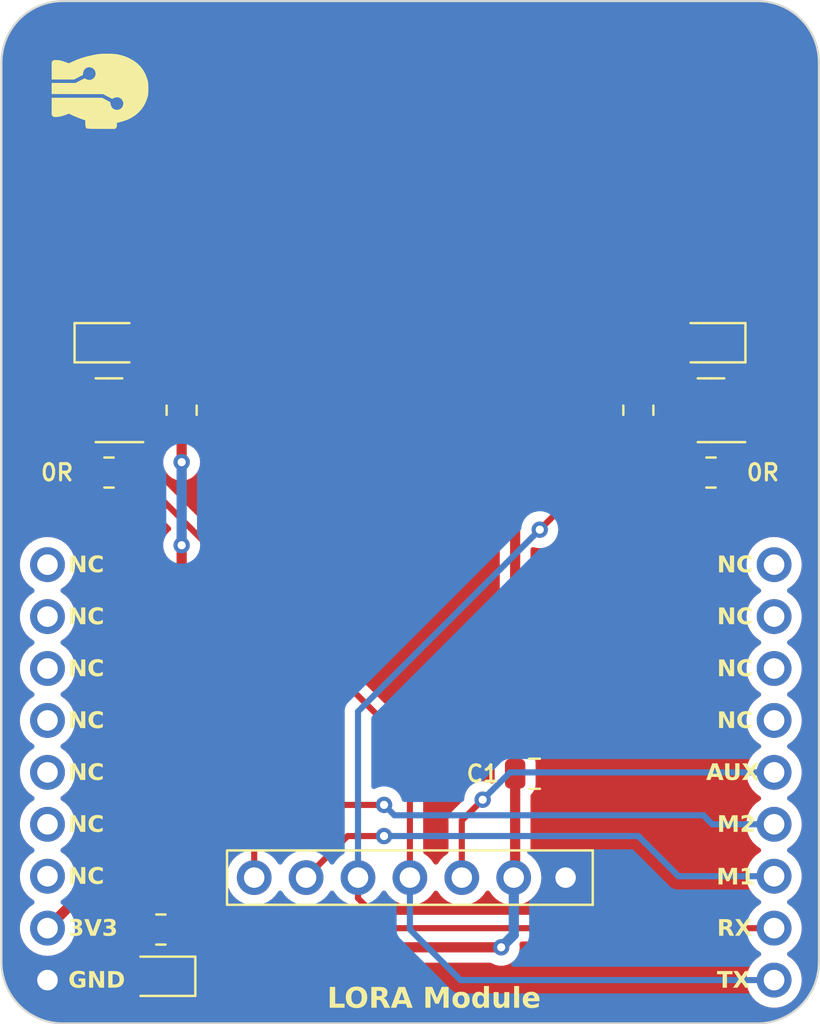
<source format=kicad_pcb>
(kicad_pcb (version 20221018) (generator pcbnew)
  (layers (0 "F.Cu" signal) (31 "B.Cu" signal) (34 "B.Paste" user) (35 "F.Paste" user) (36 "B.SilkS" user "B.Silkscreen") (37 "F.SilkS" user "F.Silkscreen") (38 "B.Mask" user) (39 "F.Mask" user) (44 "Edge.Cuts" user))
  (net 0 "")
  (net 1 "+3V3")
  (net 2 "GND")
  (net 3 "Net-(D1-K)")
  (net 4 "Net-(D1-A)")
  (net 5 "Net-(D2-K)")
  (net 6 "Net-(D2-A)")
  (net 7 "Net-(D4-A)")
  (net 8 "Net-(Q1-B)")
  (net 9 "Net-(Q2-B)")
  (net 10 "TX")
  (net 11 "RX")
  (net 12 "AUX")
  (net 20 "M1")
  (net 21 "M2")
  (footprint "Resistor_SMD:R_0805_2012Metric" (layer "F.Cu") (at 81.28 51.308 90)
    (fp_text reference "R2" hide)
    (fp_text value "R")
    (fp_line (start -0.227064 -0.735) (end 0.227064 -0.735) (stroke (width 0.12)) (layer "F.SilkS"))
    (fp_line (start -0.227064 0.735) (end 0.227064 0.735) (stroke (width 0.12)) (layer "F.SilkS"))
    (pad "1" smd roundrect (at -0.9125 0 90) (size 1.025 1.4) (layers "F.Cu" "F.Paste" "F.Mask") (roundrect_rratio 0.243902) (net 1 "+3V3"))
    (pad "2" smd roundrect (at 0.9125 0 90) (size 1.025 1.4) (layers "F.Cu" "F.Paste" "F.Mask") (roundrect_rratio 0.243902) (net 6 "Net-(D2-A)"))
  )
  (footprint "Connector_PinHeader_2.54mm:PinHeader_1x07_P2.54mm_Vertical" (layer "F.Cu") (at 62.479 74.168 90)
    (fp_text reference "J1" hide)
    (fp_text value "Conn_01x07_Pin")
    (fp_line (start -1.33 1.27) (end -1.33 -1.33) (stroke (width 0.12)) (layer "F.SilkS"))
    (fp_line (start -1.33 1.27) (end -1.33 16.57) (stroke (width 0.12)) (layer "F.SilkS"))
    (fp_line (start -1.33 16.57) (end 1.33 16.57) (stroke (width 0.12)) (layer "F.SilkS"))
    (fp_line (start -1.3208 -1.33) (end 1.3208 -1.33) (stroke (width 0.12)) (layer "F.SilkS"))
    (fp_line (start 1.33 -1.3208) (end 1.33 16.57) (stroke (width 0.12)) (layer "F.SilkS"))
    (pad "1" thru_hole oval (at 0 0 90) (size 1.7 1.7) (drill 1) (layers "*.Cu" "*.Mask") (net 21 "M2"))
    (pad "2" thru_hole oval (at 0 2.54 90) (size 1.7 1.7) (drill 1) (layers "*.Cu" "*.Mask") (net 20 "M1"))
    (pad "3" thru_hole oval (at 0 5.08 90) (size 1.7 1.7) (drill 1) (layers "*.Cu" "*.Mask") (net 11 "RX"))
    (pad "4" thru_hole oval (at 0 7.62 90) (size 1.7 1.7) (drill 1) (layers "*.Cu" "*.Mask") (net 10 "TX"))
    (pad "5" thru_hole oval (at 0 10.16 90) (size 1.7 1.7) (drill 1) (layers "*.Cu" "*.Mask") (net 12 "AUX"))
    (pad "6" thru_hole oval (at 0 12.7 90) (size 1.7 1.7) (drill 1) (layers "*.Cu" "*.Mask") (net 1 "+3V3"))
    (pad "7" thru_hole oval (at 0 15.24 90) (size 1.7 1.7) (drill 1) (layers "*.Cu" "*.Mask") (net 2 "GND"))
  )
  (footprint "Package_TO_SOT_SMD:SOT-23" (layer "F.Cu") (at 55.372 51.308 180)
    (fp_text reference "Q1" hide)
    (fp_text value "MMBT3906" hide)
    (fp_line (start 0 -1.56) (end -1.675 -1.56) (stroke (width 0.12)) (layer "F.SilkS"))
    (fp_line (start 0 -1.56) (end 0.65 -1.56) (stroke (width 0.12)) (layer "F.SilkS"))
    (fp_line (start 0 1.56) (end -0.65 1.56) (stroke (width 0.12)) (layer "F.SilkS"))
    (fp_line (start 0 1.56) (end 0.65 1.56) (stroke (width 0.12)) (layer "F.SilkS"))
    (pad "1" smd roundrect (at -0.9375 -0.95 180) (size 1.475 0.6) (layers "F.Cu" "F.Paste" "F.Mask") (net 8 "Net-(Q1-B)"))
    (pad "2" smd roundrect (at -0.9375 0.95 180) (size 1.475 0.6) (layers "F.Cu" "F.Paste" "F.Mask") (net 3 "Net-(D1-K)"))
    (pad "3" smd roundrect (at 0.9375 0 180) (size 1.475 0.6) (layers "F.Cu" "F.Paste" "F.Mask") (net 2 "GND"))
  )
  (footprint "Resistor_SMD:R_0805_2012Metric" (layer "F.Cu") (at 55.372 54.356)
    (fp_text reference "0R" (at -2.54 0 180) (layer "F.SilkS") (effects (font (size 0.8 0.8) (thickness 0.15) bold)))
    (fp_text value "0r")
    (fp_line (start -0.227064 -0.735) (end 0.227064 -0.735) (stroke (width 0.12)) (layer "F.SilkS"))
    (fp_line (start -0.227064 0.735) (end 0.227064 0.735) (stroke (width 0.12)) (layer "F.SilkS"))
    (pad "1" smd roundrect (at -0.9125 0) (size 1.025 1.4) (layers "F.Cu" "F.Paste" "F.Mask") (roundrect_rratio 0.243902) (net 8 "Net-(Q1-B)"))
    (pad "2" smd roundrect (at 0.9125 0) (size 1.025 1.4) (layers "F.Cu" "F.Paste" "F.Mask") (roundrect_rratio 0.243902) (net 10 "TX"))
  )
  (footprint "Moduler_:pin_header_5-3" (layer "F.Cu") (at 70.113877 69.05252)
    (fp_text reference "U1" hide)
    (fp_text value "~" hide)
    (fp_text user "M2" (at 15.014634 3.016402 unlocked) (layer "F.SilkS") (effects (font (size 0.8 0.8) (thickness 0.2) bold) (justify left bottom)))
    (fp_text user "LORA Module" (at -4.064 11.651391 unlocked) (layer "F.SilkS") (effects (font (thickness 0.2) bold) (justify left bottom)))
    (fp_text user "NC" (at 15.014634 -4.603598 unlocked) (layer "F.SilkS") (effects (font (size 0.8 0.8) (thickness 0.2) bold) (justify left bottom)))
    (fp_text user "TX" (at 15.014634 10.636402 unlocked) (layer "F.SilkS") (effects (font (size 0.8 0.8) (thickness 0.2) bold) (justify left bottom)))
    (fp_text user "NC" (at -16.735366 -7.143598 unlocked) (layer "F.SilkS") (effects (font (size 0.8 0.8) (thickness 0.2) bold) (justify left bottom)))
    (fp_text user "AUX" (at 14.478 0.476402 unlocked) (layer "F.SilkS") (effects (font (size 0.8 0.8) (thickness 0.2) bold) (justify left bottom)))
    (fp_text user "NC" (at -16.735366 -9.683598 unlocked) (layer "F.SilkS") (effects (font (size 0.8 0.8) (thickness 0.2) bold) (justify left bottom)))
    (fp_text user "NC" (at -16.735366 5.556402 unlocked) (layer "F.SilkS") (effects (font (size 0.8 0.8) (thickness 0.2) bold) (justify left bottom)))
    (fp_text user "NC" (at -16.735366 5.556402 unlocked) (layer "F.SilkS") (effects (font (size 0.8 0.8) (thickness 0.2) bold) (justify left bottom)))
    (fp_text user "NC" (at -16.735366 -2.063598 unlocked) (layer "F.SilkS") (effects (font (size 0.8 0.8) (thickness 0.2) bold) (justify left bottom)))
    (fp_text user "M1" (at 14.986 5.588 unlocked) (layer "F.SilkS") (effects (font (size 0.8 0.8) (thickness 0.2) bold) (justify left bottom)))
    (fp_text user "NC" (at 15.014634 -7.143598 unlocked) (layer "F.SilkS") (effects (font (size 0.8 0.8) (thickness 0.2) bold) (justify left bottom)))
    (fp_text user "NC" (at 15.014634 -4.603598 unlocked) (layer "F.SilkS") (effects (font (size 0.8 0.8) (thickness 0.2) bold) (justify left bottom)))
    (fp_text user "NC" (at 15.014634 -7.143598 unlocked) (layer "F.SilkS") (effects (font (size 0.8 0.8) (thickness 0.2) bold) (justify left bottom)))
    (fp_text user "3V3" (at -16.735366 8.096402 unlocked) (layer "F.SilkS") (effects (font (size 0.8 0.8) (thickness 0.2) bold) (justify left bottom)))
    (fp_text user "GND" (at -16.735366 10.636402 unlocked) (layer "F.SilkS") (effects (font (size 0.8 0.8) (thickness 0.2) bold) (justify left bottom)))
    (fp_text user "NC" (at 15.014634 -9.683598 unlocked) (layer "F.SilkS") (effects (font (size 0.8 0.8) (thickness 0.2) bold) (justify left bottom)))
    (fp_text user "NC" (at -16.735366 -2.063598 unlocked) (layer "F.SilkS") (effects (font (size 0.8 0.8) (thickness 0.2) bold) (justify left bottom)))
    (fp_text user "NC" (at -16.735366 -4.603598 unlocked) (layer "F.SilkS") (effects (font (size 0.8 0.8) (thickness 0.2) bold) (justify left bottom)))
    (fp_text user "NC" (at -16.735366 -7.143598 unlocked) (layer "F.SilkS") (effects (font (size 0.8 0.8) (thickness 0.2) bold) (justify left bottom)))
    (fp_text user "RX" (at 15.014634 8.096402 unlocked) (layer "F.SilkS") (effects (font (size 0.8 0.8) (thickness 0.2) bold) (justify left bottom)))
    (fp_text user "NC" (at 15.014634 -9.683598 unlocked) (layer "F.SilkS") (effects (font (size 0.8 0.8) (thickness 0.2) bold) (justify left bottom)))
    (fp_text user "NC" (at 15.014634 -2.063598 unlocked) (layer "F.SilkS") (effects (font (size 0.8 0.8) (thickness 0.2) bold) (justify left bottom)))
    (fp_text user "NC" (at -16.735366 3.016402 unlocked) (layer "F.SilkS") (effects (font (size 0.8 0.8) (thickness 0.2) bold) (justify left bottom)))
    (fp_text user "NC" (at -16.735366 0.476402 unlocked) (layer "F.SilkS") (effects (font (size 0.8 0.8) (thickness 0.2) bold) (justify left bottom)))
    (fp_text user "NC" (at -16.735366 -4.603598 unlocked) (layer "F.SilkS") (effects (font (size 0.8 0.8) (thickness 0.2) bold) (justify left bottom)))
    (fp_poly (pts (xy -14.710948 -35.17884) (xy -14.585939 -35.174576) (xy -14.474002 -35.167811) (xy -14.382368 -35.158606) (xy -14.34329 -35.152534) (xy -14.154835 -35.11138) (xy -13.984897 -35.060364) (xy -13.820935 -34.995405) (xy -13.73097 -34.953342) (xy -13.527375 -34.837922) (xy -13.348687 -34.703228) (xy -13.194484 -34.548746) (xy -13.064344 -34.373962) (xy -12.957846 -34.178362) (xy -12.874566 -33.961431) (xy -12.851087 -33.881335) (xy -12.838325 -33.829151) (xy -12.829212 -33.776795) (xy -12.823172 -33.71741) (xy -12.81963 -33.644137) (xy -12.818011 -33.550119) (xy -12.817726 -33.483485) (xy -12.818037 -33.37837) (xy -12.819745 -33.297491) (xy -12.823539 -33.2335) (xy -12.830105 -33.17905) (xy -12.840132 -33.126793) (xy -12.854308 -33.06938) (xy -12.857653 -33.056811) (xy -12.93108 -32.841374) (xy -13.030729 -32.642803) (xy -13.155513 -32.462084) (xy -13.304344 -32.300201) (xy -13.476134 -32.158139) (xy -13.669797 -32.036884) (xy -13.884244 -31.93742) (xy -14.118388 -31.860732) (xy -14.200901 -31.840337) (xy -14.354913 -31.805212) (xy -14.354913 -31.70327) (xy -14.356453 -31.645196) (xy -14.363385 -31.60754) (xy -14.379173 -31.579187) (xy -14.401086 -31.555155) (xy -14.447259 -31.508982) (xy -15.123754 -31.509463) (xy -15.31892 -31.51001) (xy -15.482554 -31.511353) (xy -15.614702 -31.513493) (xy -15.715413 -31.516432) (xy -15.784737 -31.52017) (xy -15.82272 -31.524708) (xy -15.829372 -31.526872) (xy -15.865071 -31.564552) (xy -15.888907 -31.629647) (xy -15.90111 -31.722975) (xy -15.902948 -31.788854) (xy -15.902973 -31.927577) (xy -16.102689 -31.995173) (xy -16.198979 -32.03008) (xy -16.30906 -32.073627) (xy -16.41864 -32.119985) (xy -16.504486 -32.15904) (xy -16.706568 -32.255311) (xy -16.850424 -32.197068) (xy -17.03963 -32.132811) (xy -17.221023 -32.096904) (xy -17.33758 -32.088314) (xy -17.397934 -32.087624) (xy -17.436315 -32.091059) (xy -17.462315 -32.101512) (xy -17.485529 -32.121876) (xy -17.499489 -32.137123) (xy -17.545709 -32.18871) (xy -17.545709 -32.607055) (xy -17.545709 -33.0254) (xy -16.312292 -33.0254) (xy -15.078876 -33.0254) (xy -14.869167 -32.91472) (xy -14.788206 -32.871562) (xy -14.731432 -32.839759) (xy -14.694859 -32.816377) (xy -14.6745 -32.798482) (xy -14.666369 -32.783139) (xy -14.666477 -32.767412) (xy -14.666779 -32.765751) (xy -14.665126 -32.712626) (xy -14.646602 -32.647798) (xy -14.615766 -32.582773) (xy -14.577176 -32.529059) (xy -14.570128 -32.521836) (xy -14.521593 -32.485665) (xy -14.46201 -32.455235) (xy -14.440165 -32.447418) (xy -14.346411 -32.433525) (xy -14.258748 -32.44701) (xy -14.180875 -32.483784) (xy -14.116492 -32.539757) (xy -14.069298 -32.610842) (xy -14.042993 -32.692949) (xy -14.041277 -32.781989) (xy -14.06344 -32.863783) (xy -14.114073 -32.948142) (xy -14.183136 -33.009345) (xy -14.265955 -33.045786) (xy -14.35786 -33.055858) (xy -14.454177 -33.037956) (xy -14.506418 -33.016072) (xy -14.587296 -32.975152) (xy -14.80677 -33.091103) (xy -15.026244 -33.207055) (xy -16.285976 -33.211369) (xy -17.545709 -33.215684) (xy -17.545709 -33.483851) (xy -17.545709 -33.752017) (xy -16.961474 -33.752017) (xy -16.377239 -33.752017) (xy -16.149006 -33.870641) (xy -16.050994 -33.920159) (xy -15.978201 -33.95376) (xy -15.93116 -33.971216) (xy -15.91041 -33.972302) (xy -15.909899 -33.97167) (xy -15.889735 -33.954812) (xy -15.851779 -33.93309) (xy -15.833841 -33.924476) (xy -15.74271 -33.898346) (xy -15.654046 -33.900218) (xy -15.572016 -33.926547) (xy -15.500786 -33.973787) (xy -15.444523 -34.038396) (xy -15.407394 -34.116826) (xy -15.393566 -34.205535) (xy -15.404165 -34.29) (xy -15.441455 -34.376665) (xy -15.500566 -34.445985) (xy -15.575798 -34.495062) (xy -15.661453 -34.520999) (xy -15.751831 -34.520897) (xy -15.820285 -34.501574) (xy -15.90513 -34.451436) (xy -15.965566 -34.38171) (xy -16.00221 -34.291517) (xy -16.012904 -34.228531) (xy -16.021393 -34.144286) (xy -16.233611 -34.03503) (xy -16.445829 -33.925773) (xy -16.995769 -33.925773) (xy -17.545709 -33.925773) (xy -17.545709 -34.353481) (xy -17.545709 -34.781189) (xy -17.499536 -34.827362) (xy -17.472807 -34.851465) (xy -17.44641 -34.865291) (xy -17.410518 -34.871628) (xy -17.355302 -34.87326) (xy -17.337627 -34.87326) (xy -17.1905 -34.86262) (xy -17.039194 -34.830323) (xy -16.876273 -34.774761) (xy -16.86862 -34.771717) (xy -16.805513 -34.747338) (xy -16.752102 -34.728303) (xy -16.716061 -34.71727) (xy -16.706518 -34.715574) (xy -16.684698 -34.722235) (xy -16.640805 -34.740425) (xy -16.580976 -34.767455) (xy -16.511349 -34.800638) (xy -16.503128 -34.804659) (xy -16.279364 -34.902437) (xy -16.029016 -34.989762) (xy -15.755661 -35.065594) (xy -15.46287 -35.128896) (xy -15.27898 -35.160488) (xy -15.197078 -35.169653) (xy -15.092093 -35.176009) (xy -14.971256 -35.179618) (xy -14.841797 -35.180541)) (fill solid) (layer "F.SilkS"))
    (fp_poly (pts (xy -14.710948 -35.17884) (xy -14.585939 -35.174576) (xy -14.474002 -35.167811) (xy -14.382368 -35.158606) (xy -14.34329 -35.152534) (xy -14.154835 -35.11138) (xy -13.984897 -35.060364) (xy -13.820935 -34.995405) (xy -13.73097 -34.953342) (xy -13.527375 -34.837922) (xy -13.348687 -34.703228) (xy -13.194484 -34.548746) (xy -13.064344 -34.373962) (xy -12.957846 -34.178362) (xy -12.874566 -33.961431) (xy -12.851087 -33.881335) (xy -12.838325 -33.829151) (xy -12.829212 -33.776795) (xy -12.823172 -33.71741) (xy -12.81963 -33.644137) (xy -12.818011 -33.550119) (xy -12.817726 -33.483485) (xy -12.818037 -33.37837) (xy -12.819745 -33.297491) (xy -12.823539 -33.2335) (xy -12.830105 -33.17905) (xy -12.840132 -33.126793) (xy -12.854308 -33.06938) (xy -12.857653 -33.056811) (xy -12.93108 -32.841374) (xy -13.030729 -32.642803) (xy -13.155513 -32.462084) (xy -13.304344 -32.300201) (xy -13.476134 -32.158139) (xy -13.669797 -32.036884) (xy -13.884244 -31.93742) (xy -14.118388 -31.860732) (xy -14.200901 -31.840337) (xy -14.354913 -31.805212) (xy -14.354913 -31.70327) (xy -14.356453 -31.645196) (xy -14.363385 -31.60754) (xy -14.379173 -31.579187) (xy -14.401086 -31.555155) (xy -14.447259 -31.508982) (xy -15.123754 -31.509463) (xy -15.31892 -31.51001) (xy -15.482554 -31.511353) (xy -15.614702 -31.513493) (xy -15.715413 -31.516432) (xy -15.784737 -31.52017) (xy -15.82272 -31.524708) (xy -15.829372 -31.526872) (xy -15.865071 -31.564552) (xy -15.888907 -31.629647) (xy -15.90111 -31.722975) (xy -15.902948 -31.788854) (xy -15.902973 -31.927577) (xy -16.102689 -31.995173) (xy -16.198979 -32.03008) (xy -16.30906 -32.073627) (xy -16.41864 -32.119985) (xy -16.504486 -32.15904) (xy -16.706568 -32.255311) (xy -16.850424 -32.197068) (xy -17.03963 -32.132811) (xy -17.221023 -32.096904) (xy -17.33758 -32.088314) (xy -17.397934 -32.087624) (xy -17.436315 -32.091059) (xy -17.462315 -32.101512) (xy -17.485529 -32.121876) (xy -17.499489 -32.137123) (xy -17.545709 -32.18871) (xy -17.545709 -32.607055) (xy -17.545709 -33.0254) (xy -16.312292 -33.0254) (xy -15.078876 -33.0254) (xy -14.869167 -32.91472) (xy -14.788206 -32.871562) (xy -14.731432 -32.839759) (xy -14.694859 -32.816377) (xy -14.6745 -32.798482) (xy -14.666369 -32.783139) (xy -14.666477 -32.767412) (xy -14.666779 -32.765751) (xy -14.665126 -32.712626) (xy -14.646602 -32.647798) (xy -14.615766 -32.582773) (xy -14.577176 -32.529059) (xy -14.570128 -32.521836) (xy -14.521593 -32.485665) (xy -14.46201 -32.455235) (xy -14.440165 -32.447418) (xy -14.346411 -32.433525) (xy -14.258748 -32.44701) (xy -14.180875 -32.483784) (xy -14.116492 -32.539757) (xy -14.069298 -32.610842) (xy -14.042993 -32.692949) (xy -14.041277 -32.781989) (xy -14.06344 -32.863783) (xy -14.114073 -32.948142) (xy -14.183136 -33.009345) (xy -14.265955 -33.045786) (xy -14.35786 -33.055858) (xy -14.454177 -33.037956) (xy -14.506418 -33.016072) (xy -14.587296 -32.975152) (xy -14.80677 -33.091103) (xy -15.026244 -33.207055) (xy -16.285976 -33.211369) (xy -17.545709 -33.215684) (xy -17.545709 -33.483851) (xy -17.545709 -33.752017) (xy -16.961474 -33.752017) (xy -16.377239 -33.752017) (xy -16.149006 -33.870641) (xy -16.050994 -33.920159) (xy -15.978201 -33.95376) (xy -15.93116 -33.971216) (xy -15.91041 -33.972302) (xy -15.909899 -33.97167) (xy -15.889735 -33.954812) (xy -15.851779 -33.93309) (xy -15.833841 -33.924476) (xy -15.74271 -33.898346) (xy -15.654046 -33.900218) (xy -15.572016 -33.926547) (xy -15.500786 -33.973787) (xy -15.444523 -34.038396) (xy -15.407394 -34.116826) (xy -15.393566 -34.205535) (xy -15.404165 -34.29) (xy -15.441455 -34.376665) (xy -15.500566 -34.445985) (xy -15.575798 -34.495062) (xy -15.661453 -34.520999) (xy -15.751831 -34.520897) (xy -15.820285 -34.501574) (xy -15.90513 -34.451436) (xy -15.965566 -34.38171) (xy -16.00221 -34.291517) (xy -16.012904 -34.228531) (xy -16.021393 -34.144286) (xy -16.233611 -34.03503) (xy -16.445829 -33.925773) (xy -16.995769 -33.925773) (xy -17.545709 -33.925773) (xy -17.545709 -34.353481) (xy -17.545709 -34.781189) (xy -17.499536 -34.827362) (xy -17.472807 -34.851465) (xy -17.44641 -34.865291) (xy -17.410518 -34.871628) (xy -17.355302 -34.87326) (xy -17.337627 -34.87326) (xy -17.1905 -34.86262) (xy -17.039194 -34.830323) (xy -16.876273 -34.774761) (xy -16.86862 -34.771717) (xy -16.805513 -34.747338) (xy -16.752102 -34.728303) (xy -16.716061 -34.71727) (xy -16.706518 -34.715574) (xy -16.684698 -34.722235) (xy -16.640805 -34.740425) (xy -16.580976 -34.767455) (xy -16.511349 -34.800638) (xy -16.503128 -34.804659) (xy -16.279364 -34.902437) (xy -16.029016 -34.989762) (xy -15.755661 -35.065594) (xy -15.46287 -35.128896) (xy -15.27898 -35.160488) (xy -15.197078 -35.169653) (xy -15.092093 -35.176009) (xy -14.971256 -35.179618) (xy -14.841797 -35.180541)) (fill solid) (layer "F.SilkS"))
    (fp_poly (pts (xy 17.154627 -37.750531) (xy 17.306893 -37.738952) (xy 17.456945 -37.719884) (xy 17.604595 -37.693514) (xy 17.749655 -37.660032) (xy 17.891935 -37.619627) (xy 18.031248 -37.572485) (xy 18.167406 -37.518797) (xy 18.300219 -37.458749) (xy 18.429499 -37.392531) (xy 18.555059 -37.320331) (xy 18.676709 -37.242337) (xy 18.794262 -37.158739) (xy 18.907528 -37.069723) (xy 19.01632 -36.975479) (xy 19.120449 -36.876195) (xy 19.219726 -36.772059) (xy 19.313964 -36.66326) (xy 19.402974 -36.549986) (xy 19.486568 -36.432426) (xy 19.564556 -36.310768) (xy 19.636751 -36.1852) (xy 19.702965 -36.055911) (xy 19.763009 -35.923089) (xy 19.816694 -35.786922) (xy 19.863832 -35.6476) (xy 19.904235 -35.50531) (xy 19.937715 -35.360241) (xy 19.964083 -35.212581) (xy 19.98315 -35.062518) (xy 19.994728 -34.910242) (xy 19.99863 -34.755939) (xy 19.99863 9.244306) (xy 19.994728 9.398609) (xy 19.98315 9.550885) (xy 19.964083 9.700948) (xy 19.937715 9.848608) (xy 19.904235 9.993677) (xy 19.863832 10.135968) (xy 19.816694 10.27529) (xy 19.763009 10.411456) (xy 19.702965 10.544278) (xy 19.636751 10.673567) (xy 19.564556 10.799135) (xy 19.486568 10.920794) (xy 19.402974 11.038354) (xy 19.313964 11.151628) (xy 19.219726 11.260427) (xy 19.120449 11.364562) (xy 19.01632 11.463846) (xy 18.907528 11.55809) (xy 18.794262 11.647106) (xy 18.676709 11.730705) (xy 18.555059 11.808698) (xy 18.429499 11.880898) (xy 18.300219 11.947116) (xy 18.167406 12.007163) (xy 18.031248 12.060852) (xy 17.891935 12.107993) (xy 17.749655 12.148399) (xy 17.604595 12.181881) (xy 17.456945 12.20825) (xy 17.306893 12.227319) (xy 17.154627 12.238898) (xy 17.000335 12.2428) (xy -17.000335 12.2428) (xy -17.154626 12.238898) (xy -17.306893 12.227319) (xy -17.456945 12.20825) (xy -17.604596 12.181881) (xy -17.749655 12.148399) (xy -17.891936 12.107993) (xy -18.031249 12.060852) (xy -18.167406 12.007163) (xy -18.30022 11.947116) (xy -18.4295 11.880898) (xy -18.55506 11.808698) (xy -18.67671 11.730705) (xy -18.794262 11.647106) (xy -18.907529 11.55809) (xy -19.016321 11.463846) (xy -19.120449 11.364562) (xy -19.219727 11.260427) (xy -19.313965 11.151628) (xy -19.402975 11.038354) (xy -19.486568 10.920794) (xy -19.564556 10.799135) (xy -19.636752 10.673567) (xy -19.702965 10.544278) (xy -19.763009 10.411456) (xy -19.816694 10.27529) (xy -19.863832 10.135968) (xy -19.904235 9.993677) (xy -19.937715 9.848608) (xy -19.964083 9.700948) (xy -19.98315 9.550885) (xy -19.994728 9.398609) (xy -19.99863 9.244306) (xy -19.99863 -34.755939) (xy -19.994728 -34.910242) (xy -19.98315 -35.062518) (xy -19.964083 -35.212581) (xy -19.937715 -35.360241) (xy -19.904235 -35.50531) (xy -19.863832 -35.6476) (xy -19.816694 -35.786922) (xy -19.763009 -35.923089) (xy -19.702965 -36.055911) (xy -19.636752 -36.1852) (xy -19.564556 -36.310768) (xy -19.486568 -36.432426) (xy -19.402975 -36.549986) (xy -19.313965 -36.66326) (xy -19.219727 -36.772059) (xy -19.120449 -36.876195) (xy -19.016321 -36.975479) (xy -18.907529 -37.069723) (xy -18.794262 -37.158739) (xy -18.67671 -37.242337) (xy -18.55506 -37.320331) (xy -18.4295 -37.392531) (xy -18.30022 -37.458749) (xy -18.167406 -37.518797) (xy -18.031249 -37.572485) (xy -17.891936 -37.619627) (xy -17.749655 -37.660032) (xy -17.604596 -37.693514) (xy -17.456945 -37.719884) (xy -17.306893 -37.738952) (xy -17.154626 -37.750531) (xy -17.000335 -37.754433) (xy 17.000335 -37.754433)) (stroke (width 0.1)) (fill none) (layer "Edge.Cuts"))
    (pad "1" thru_hole oval (at -17.751366 -10.191598) (size 1.7 1.7) (drill 1) (layers "*.Cu" "*.Mask"))
    (pad "1" thru_hole oval (at -17.751366 -10.191598) (size 1.7 1.7) (drill 1) (layers "*.Cu" "*.Mask"))
    (pad "2" thru_hole oval (at -17.751366 -7.651598) (size 1.7 1.7) (drill 1) (layers "*.Cu" "*.Mask"))
    (pad "2" thru_hole oval (at -17.751366 -7.651598) (size 1.7 1.7) (drill 1) (layers "*.Cu" "*.Mask"))
    (pad "3" thru_hole oval (at -17.751366 -5.111598) (size 1.7 1.7) (drill 1) (layers "*.Cu" "*.Mask"))
    (pad "3" thru_hole oval (at -17.751366 -5.111598) (size 1.7 1.7) (drill 1) (layers "*.Cu" "*.Mask"))
    (pad "4" thru_hole oval (at -17.751366 -2.571598) (size 1.7 1.7) (drill 1) (layers "*.Cu" "*.Mask"))
    (pad "4" thru_hole oval (at -17.751366 -2.571598) (size 1.7 1.7) (drill 1) (layers "*.Cu" "*.Mask"))
    (pad "5" thru_hole oval (at -17.751366 -0.031598) (size 1.7 1.7) (drill 1) (layers "*.Cu" "*.Mask"))
    (pad "5" thru_hole oval (at -17.751366 -0.031598) (size 1.7 1.7) (drill 1) (layers "*.Cu" "*.Mask"))
    (pad "6" thru_hole oval (at -17.751366 2.508402) (size 1.7 1.7) (drill 1) (layers "*.Cu" "*.Mask"))
    (pad "6" thru_hole oval (at -17.751366 2.508402) (size 1.7 1.7) (drill 1) (layers "*.Cu" "*.Mask"))
    (pad "7" thru_hole oval (at -17.751366 5.048402) (size 1.7 1.7) (drill 1) (layers "*.Cu" "*.Mask"))
    (pad "7" thru_hole oval (at -17.751366 5.048402) (size 1.7 1.7) (drill 1) (layers "*.Cu" "*.Mask"))
    (pad "8" thru_hole oval (at -17.751366 7.588402) (size 1.7 1.7) (drill 1) (layers "*.Cu" "*.Mask") (net 1 "+3V3"))
    (pad "8" thru_hole oval (at -17.751366 7.588402) (size 1.7 1.7) (drill 1) (layers "*.Cu" "*.Mask") (net 1 "+3V3"))
    (pad "9" thru_hole oval (at -17.751366 10.128402) (size 1.7 1.7) (drill 1) (layers "*.Cu" "*.Mask") (net 2 "GND"))
    (pad "9" thru_hole oval (at -17.751366 10.128402) (size 1.7 1.7) (drill 1) (layers "*.Cu" "*.Mask") (net 2 "GND"))
    (pad "10" thru_hole oval (at 17.808634 10.128402) (size 1.7 1.7) (drill 1) (layers "*.Cu" "*.Mask") (net 10 "TX"))
    (pad "10" thru_hole oval (at 17.808634 10.128402) (size 1.7 1.7) (drill 1) (layers "*.Cu" "*.Mask") (net 10 "TX"))
    (pad "11" thru_hole oval (at 17.808634 7.588402) (size 1.7 1.7) (drill 1) (layers "*.Cu" "*.Mask") (net 11 "RX"))
    (pad "11" thru_hole oval (at 17.808634 7.588402) (size 1.7 1.7) (drill 1) (layers "*.Cu" "*.Mask") (net 11 "RX"))
    (pad "12" thru_hole oval (at 17.808634 5.048402) (size 1.7 1.7) (drill 1) (layers "*.Cu" "*.Mask") (net 20 "M1"))
    (pad "12" thru_hole oval (at 17.808634 5.048402) (size 1.7 1.7) (drill 1) (layers "*.Cu" "*.Mask") (net 20 "M1"))
    (pad "13" thru_hole oval (at 17.808634 2.508402) (size 1.7 1.7) (drill 1) (layers "*.Cu" "*.Mask") (net 21 "M2"))
    (pad "13" thru_hole oval (at 17.808634 2.508402) (size 1.7 1.7) (drill 1) (layers "*.Cu" "*.Mask") (net 21 "M2"))
    (pad "14" thru_hole oval (at 17.808634 -0.031598) (size 1.7 1.7) (drill 1) (layers "*.Cu" "*.Mask") (net 12 "AUX"))
    (pad "14" thru_hole oval (at 17.808634 -0.031598) (size 1.7 1.7) (drill 1) (layers "*.Cu" "*.Mask") (net 12 "AUX"))
    (pad "15" thru_hole oval (at 17.808634 -2.571598) (size 1.7 1.7) (drill 1) (layers "*.Cu" "*.Mask"))
    (pad "15" thru_hole oval (at 17.808634 -2.571598) (size 1.7 1.7) (drill 1) (layers "*.Cu" "*.Mask"))
    (pad "16" thru_hole oval (at 17.808634 -5.111598) (size 1.7 1.7) (drill 1) (layers "*.Cu" "*.Mask"))
    (pad "16" thru_hole oval (at 17.808634 -5.111598) (size 1.7 1.7) (drill 1) (layers "*.Cu" "*.Mask"))
    (pad "17" thru_hole oval (at 17.808634 -7.651598) (size 1.7 1.7) (drill 1) (layers "*.Cu" "*.Mask"))
    (pad "17" thru_hole oval (at 17.808634 -7.651598) (size 1.7 1.7) (drill 1) (layers "*.Cu" "*.Mask"))
    (pad "18" thru_hole oval (at 17.808634 -10.191598) (size 1.7 1.7) (drill 1) (layers "*.Cu" "*.Mask"))
    (pad "18" thru_hole oval (at 17.808634 -10.191598) (size 1.7 1.7) (drill 1) (layers "*.Cu" "*.Mask"))
  )
  (footprint "Capacitor_SMD:C_0805_2012Metric" (layer "F.Cu") (at 76.2 69.088)
    (fp_text reference "C1" (at -2.54 0) (layer "F.SilkS") (effects (font (size 0.8 0.8) (thickness 0.15) bold)))
    (fp_text value "C")
    (fp_line (start -0.261252 -0.735) (end 0.261252 -0.735) (stroke (width 0.12)) (layer "F.SilkS"))
    (fp_line (start -0.261252 0.735) (end 0.261252 0.735) (stroke (width 0.12)) (layer "F.SilkS"))
    (pad "1" smd roundrect (at -0.95 0) (size 1 1.45) (layers "F.Cu" "F.Paste" "F.Mask") (net 1 "+3V3"))
    (pad "2" smd roundrect (at 0.95 0) (size 1 1.45) (layers "F.Cu" "F.Paste" "F.Mask") (net 2 "GND"))
  )
  (footprint "LED_SMD:LED_0805_2012Metric" (layer "F.Cu") (at 84.836 48.006 180)
    (fp_text reference "D2" hide)
    (fp_text value "LED")
    (fp_line (start -1.685 -0.96) (end -1.685 0.96) (stroke (width 0.12)) (layer "F.SilkS"))
    (fp_line (start -1.685 0.96) (end 1 0.96) (stroke (width 0.12)) (layer "F.SilkS"))
    (fp_line (start 1 -0.96) (end -1.685 -0.96) (stroke (width 0.12)) (layer "F.SilkS"))
    (pad "1" smd roundrect (at -0.9375 0 180) (size 0.975 1.4) (layers "F.Cu" "F.Paste" "F.Mask") (net 5 "Net-(D2-K)"))
    (pad "2" smd roundrect (at 0.9375 0 180) (size 0.975 1.4) (layers "F.Cu" "F.Paste" "F.Mask") (net 6 "Net-(D2-A)"))
  )
  (footprint "LED_SMD:LED_0805_2012Metric" (layer "F.Cu") (at 57.912 78.994 180)
    (fp_text reference "D4" hide)
    (fp_text value "LED" hide)
    (fp_line (start -1.685 -0.96) (end -1.685 0.96) (stroke (width 0.12)) (layer "F.SilkS"))
    (fp_line (start -1.685 0.96) (end 1 0.96) (stroke (width 0.12)) (layer "F.SilkS"))
    (fp_line (start 1 -0.96) (end -1.685 -0.96) (stroke (width 0.12)) (layer "F.SilkS"))
    (pad "1" smd roundrect (at -0.9375 0 180) (size 0.975 1.4) (layers "F.Cu" "F.Paste" "F.Mask") (net 2 "GND"))
    (pad "2" smd roundrect (at 0.9375 0 180) (size 0.975 1.4) (layers "F.Cu" "F.Paste" "F.Mask") (net 7 "Net-(D4-A)"))
  )
  (footprint "Package_TO_SOT_SMD:SOT-23" (layer "F.Cu") (at 84.836 51.308 180)
    (fp_text reference "Q2" hide)
    (fp_text value "3906")
    (fp_line (start 0 -1.56) (end -1.675 -1.56) (stroke (width 0.12)) (layer "F.SilkS"))
    (fp_line (start 0 -1.56) (end 0.65 -1.56) (stroke (width 0.12)) (layer "F.SilkS"))
    (fp_line (start 0 1.56) (end -0.65 1.56) (stroke (width 0.12)) (layer "F.SilkS"))
    (fp_line (start 0 1.56) (end 0.65 1.56) (stroke (width 0.12)) (layer "F.SilkS"))
    (pad "1" smd roundrect (at -0.9375 -0.95 180) (size 1.475 0.6) (layers "F.Cu" "F.Paste" "F.Mask") (net 9 "Net-(Q2-B)"))
    (pad "2" smd roundrect (at -0.9375 0.95 180) (size 1.475 0.6) (layers "F.Cu" "F.Paste" "F.Mask") (net 5 "Net-(D2-K)"))
    (pad "3" smd roundrect (at 0.9375 0 180) (size 1.475 0.6) (layers "F.Cu" "F.Paste" "F.Mask") (net 2 "GND"))
  )
  (footprint "Resistor_SMD:R_0805_2012Metric" (layer "F.Cu") (at 84.836 54.356 180)
    (fp_text reference "0R" (at -2.54 0 180) (layer "F.SilkS") (effects (font (size 0.8 0.8) (thickness 0.15) bold)))
    (fp_text value "0r")
    (fp_line (start -0.227064 -0.735) (end 0.227064 -0.735) (stroke (width 0.12)) (layer "F.SilkS"))
    (fp_line (start -0.227064 0.735) (end 0.227064 0.735) (stroke (width 0.12)) (layer "F.SilkS"))
    (pad "1" smd roundrect (at -0.9125 0 180) (size 1.025 1.4) (layers "F.Cu" "F.Paste" "F.Mask") (roundrect_rratio 0.243902) (net 9 "Net-(Q2-B)"))
    (pad "2" smd roundrect (at 0.9125 0 180) (size 1.025 1.4) (layers "F.Cu" "F.Paste" "F.Mask") (roundrect_rratio 0.243902) (net 11 "RX"))
  )
  (footprint "Resistor_SMD:R_0805_2012Metric" (layer "F.Cu") (at 57.912 76.708)
    (fp_text reference "R7" hide)
    (fp_text value "R" hide)
    (fp_line (start -0.227064 -0.735) (end 0.227064 -0.735) (stroke (width 0.12)) (layer "F.SilkS"))
    (fp_line (start -0.227064 0.735) (end 0.227064 0.735) (stroke (width 0.12)) (layer "F.SilkS"))
    (pad "1" smd roundrect (at -0.9125 0) (size 1.025 1.4) (layers "F.Cu" "F.Paste" "F.Mask") (roundrect_rratio 0.243902) (net 7 "Net-(D4-A)"))
    (pad "2" smd roundrect (at 0.9125 0) (size 1.025 1.4) (layers "F.Cu" "F.Paste" "F.Mask") (roundrect_rratio 0.243902) (net 1 "+3V3"))
  )
  (footprint "LED_SMD:LED_0805_2012Metric" (layer "F.Cu") (at 55.372 48.006)
    (fp_text reference "D1" hide)
    (fp_text value "LED")
    (fp_line (start -1.685 -0.96) (end -1.685 0.96) (stroke (width 0.12)) (layer "F.SilkS"))
    (fp_line (start -1.685 0.96) (end 1 0.96) (stroke (width 0.12)) (layer "F.SilkS"))
    (fp_line (start 1 -0.96) (end -1.685 -0.96) (stroke (width 0.12)) (layer "F.SilkS"))
    (pad "1" smd roundrect (at -0.9375 0) (size 0.975 1.4) (layers "F.Cu" "F.Paste" "F.Mask") (net 3 "Net-(D1-K)"))
    (pad "2" smd roundrect (at 0.9375 0) (size 0.975 1.4) (layers "F.Cu" "F.Paste" "F.Mask") (net 4 "Net-(D1-A)"))
  )
  (footprint "Resistor_SMD:R_0805_2012Metric" (layer "F.Cu") (at 58.928 51.308 90)
    (fp_text reference "R1" hide)
    (fp_text value "R")
    (fp_line (start -0.227064 -0.735) (end 0.227064 -0.735) (stroke (width 0.12)) (layer "F.SilkS"))
    (fp_line (start -0.227064 0.735) (end 0.227064 0.735) (stroke (width 0.12)) (layer "F.SilkS"))
    (pad "1" smd roundrect (at -0.9125 0 90) (size 1.025 1.4) (layers "F.Cu" "F.Paste" "F.Mask") (roundrect_rratio 0.243902) (net 1 "+3V3"))
    (pad "2" smd roundrect (at 0.9125 0 90) (size 1.025 1.4) (layers "F.Cu" "F.Paste" "F.Mask") (roundrect_rratio 0.243902) (net 4 "Net-(D1-A)"))
  )
  (segment (start 58.5705 74.676) (end 54.327433 74.676) (width 0.5) (layer "F.Cu") (net 1))
  (segment (start 54.327433 74.676) (end 52.362511 76.640922) (width 0.5) (layer "F.Cu") (net 1))
  (segment (start 61.067523 77.577523) (end 74.568477 77.577523) (width 0.5) (layer "F.Cu") (net 1))
  (segment (start 58.928 76.6045) (end 58.928 75.0335) (width 0.5) (layer "F.Cu") (net 1))
  (segment (start 58.928 75.0335) (end 58.5705 74.676) (width 0.5) (layer "F.Cu") (net 1))
  (segment (start 60.198 76.708) (end 61.067523 77.577523) (width 0.5) (layer "F.Cu") (net 1))
  (segment (start 75.25 74.097) (end 75.179 74.168) (width 0.5) (layer "F.Cu") (net 1))
  (segment (start 80.772 52.2205) (end 80.763462 52.211962) (width 0.5) (layer "F.Cu") (net 1))
  (segment (start 75.25 55.310422) (end 75.25 70.104) (width 0.5) (layer "F.Cu") (net 1))
  (segment (start 58.928 75.0335) (end 58.928 57.912) (width 0.5) (layer "F.Cu") (net 1))
  (segment (start 58.928 76.6045) (end 59.0315 76.708) (width 0.5) (layer "F.Cu") (net 1))
  (segment (start 58.8245 76.708) (end 58.928 76.6045) (width 0.5) (layer "F.Cu") (net 1))
  (segment (start 58.8245 76.708) (end 60.198 76.708) (width 0.5) (layer "F.Cu") (net 1))
  (segment (start 78.34846 52.211962) (end 75.25 55.310422) (width 0.5) (layer "F.Cu") (net 1))
  (segment (start 80.763462 52.211962) (end 78.34846 52.211962) (width 0.5) (layer "F.Cu") (net 1))
  (segment (start 75.25 70.104) (end 75.25 74.097) (width 0.5) (layer "F.Cu") (net 1))
  (segment (start 58.928 53.848) (end 58.928 52.2205) (width 0.5) (layer "F.Cu") (net 1))
  (segment (start 78.339922 52.2205) (end 78.34846 52.211962) (width 0.5) (layer "F.Cu") (net 1))
  (via (at 58.928 53.848) (size 0.8) (drill 0.4) (layers "F.Cu" "B.Cu") (net 1))
  (via (at 58.928 57.912) (size 0.8) (drill 0.4) (layers "F.Cu" "B.Cu") (net 1))
  (via (at 74.568477 77.577523) (size 0.8) (drill 0.4) (layers "F.Cu" "B.Cu") (net 1))
  (segment (start 75.184 74.173) (end 75.179 74.168) (width 0.5) (layer "B.Cu") (net 1))
  (segment (start 75.184 76.962) (end 75.184 74.173) (width 0.5) (layer "B.Cu") (net 1))
  (segment (start 74.568477 77.577523) (end 75.184 76.962) (width 0.5) (layer "B.Cu") (net 1))
  (segment (start 58.928 57.912) (end 58.928 53.848) (width 0.5) (layer "B.Cu") (net 1))
  (segment (start 58.928 78.9155) (end 58.8495 78.994) (width 0.5) (layer "F.Cu") (net 2))
  (segment (start 54.4345 48.006) (end 54.4345 48.483) (width 0.3) (layer "F.Cu") (net 3))
  (segment (start 54.4345 48.483) (end 56.3095 50.358) (width 0.3) (layer "F.Cu") (net 3))
  (segment (start 58.928 48.514) (end 58.928 50.3955) (width 0.3) (layer "F.Cu") (net 4))
  (segment (start 58.42 48.006) (end 58.928 48.514) (width 0.3) (layer "F.Cu") (net 4))
  (segment (start 56.159 48.006) (end 58.2695 48.006) (width 0.3) (layer "F.Cu") (net 4))
  (segment (start 85.7735 48.006) (end 85.7735 50.358) (width 0.3) (layer "F.Cu") (net 5))
  (segment (start 81.788 48.006) (end 83.8985 48.006) (width 0.3) (layer "F.Cu") (net 6))
  (segment (start 81.28 50.3955) (end 81.28 48.514) (width 0.3) (layer "F.Cu") (net 6))
  (segment (start 81.28 48.514) (end 81.788 48.006) (width 0.3) (layer "F.Cu") (net 6))
  (segment (start 57.186422 76.640922) (end 57.2535 76.708) (width 0.5) (layer "F.Cu") (net 7))
  (segment (start 56.9995 78.969) (end 56.9745 78.994) (width 0.5) (layer "F.Cu") (net 7))
  (segment (start 56.9995 76.708) (end 56.9995 78.969) (width 0.5) (layer "F.Cu") (net 7))
  (segment (start 54.4595 52.67675) (end 54.4595 54.356) (width 0.3) (layer "F.Cu") (net 8))
  (segment (start 54.87825 52.258) (end 54.4595 52.67675) (width 0.3) (layer "F.Cu") (net 8))
  (segment (start 56.3095 52.258) (end 54.93 52.258) (width 0.3) (layer "F.Cu") (net 8))
  (segment (start 85.7735 52.258) (end 85.7735 54.331) (width 0.3) (layer "F.Cu") (net 9))
  (segment (start 70.099 67.813) (end 70.099 74.168) (width 0.3) (layer "F.Cu") (net 10))
  (segment (start 70.099 67.813) (end 70.099 67.818) (width 0.3) (layer "F.Cu") (net 10))
  (segment (start 56.642 54.356) (end 70.099 67.813) (width 0.3) (layer "F.Cu") (net 10))
  (segment (start 56.0305 54.356) (end 56.642 54.356) (width 0.3) (layer "F.Cu") (net 10))
  (segment (start 70.099 74.168) (end 70.099 76.703) (width 0.3) (layer "B.Cu") (net 10))
  (segment (start 72.576922 79.180922) (end 87.922511 79.180922) (width 0.3) (layer "B.Cu") (net 10))
  (segment (start 70.099 76.703) (end 72.576922 79.180922) (width 0.3) (layer "B.Cu") (net 10))
  (segment (start 69.020922 76.640922) (end 87.922511 76.640922) (width 0.3) (layer "F.Cu") (net 11))
  (segment (start 67.559 74.168) (end 67.559 75.179) (width 0.3) (layer "F.Cu") (net 11))
  (segment (start 79.248 54.356) (end 76.454 57.15) (width 0.3) (layer "F.Cu") (net 11))
  (segment (start 67.559 75.179) (end 69.020922 76.640922) (width 0.3) (layer "F.Cu") (net 11))
  (segment (start 83.4155 54.356) (end 79.248 54.356) (width 0.3) (layer "F.Cu") (net 11))
  (via (at 76.454 57.15) (size 0.8) (drill 0.4) (layers "F.Cu" "B.Cu") (net 11))
  (segment (start 76.454 57.15) (end 67.559 66.045) (width 0.3) (layer "B.Cu") (net 11))
  (segment (start 67.559 66.045) (end 67.559 74.168) (width 0.3) (layer "B.Cu") (net 11))
  (segment (start 73.66 70.358) (end 72.639 71.379) (width 0.3) (layer "F.Cu") (net 12))
  (segment (start 72.639 71.379) (end 72.639 74.168) (width 0.3) (layer "F.Cu") (net 12))
  (via (at 73.66 70.358) (size 0.8) (drill 0.4) (layers "F.Cu" "B.Cu") (net 12))
  (segment (start 74.997078 69.020922) (end 87.922511 69.020922) (width 0.3) (layer "B.Cu") (net 12))
  (segment (start 73.66 70.358) (end 74.997078 69.020922) (width 0.3) (layer "B.Cu") (net 12))
  (segment (start 67.051 72.136) (end 68.834 72.136) (width 0.3) (layer "F.Cu") (net 20))
  (segment (start 65.019 74.168) (end 67.051 72.136) (width 0.3) (layer "F.Cu") (net 20))
  (via (at 68.834 72.136) (size 0.8) (drill 0.4) (layers "F.Cu" "B.Cu") (net 20))
  (segment (start 68.834 72.136) (end 81.28 72.136) (width 0.3) (layer "B.Cu") (net 20))
  (segment (start 83.244922 74.100922) (end 87.922511 74.100922) (width 0.3) (layer "B.Cu") (net 20))
  (segment (start 81.28 72.136) (end 83.244922 74.100922) (width 0.3) (layer "B.Cu") (net 20))
  (segment (start 64.008 70.612) (end 62.479 72.141) (width 0.3) (layer "F.Cu") (net 21))
  (segment (start 62.479 72.141) (end 62.479 74.168) (width 0.3) (layer "F.Cu") (net 21))
  (segment (start 68.834 70.612) (end 64.008 70.612) (width 0.3) (layer "F.Cu") (net 21))
  (via (at 68.834 70.612) (size 0.8) (drill 0.4) (layers "F.Cu" "B.Cu") (net 21))
  (segment (start 84.462156 71.12) (end 84.903078 71.560922) (width 0.3) (layer "B.Cu") (net 21))
  (segment (start 68.834 70.612) (end 69.342 71.12) (width 0.3) (layer "B.Cu") (net 21))
  (segment (start 84.903078 71.560922) (end 87.922511 71.560922) (width 0.3) (layer "B.Cu") (net 21))
  (segment (start 69.342 71.12) (end 84.462156 71.12) (width 0.3) (layer "B.Cu") (net 21))
  (zone (net 2) (net_name "GND") (layers "F&B.Cu") (connect_pads yes (clearance 0.5)) (min_thickness 0.25) (fill yes (thermal_gap 0.5) (thermal_bridge_width 0.5))
    (polygon (pts (xy 50.038 31.242) (xy 90.17 31.242) (xy 90.17 81.28) (xy 50.038 81.28)))
  )
)
</source>
